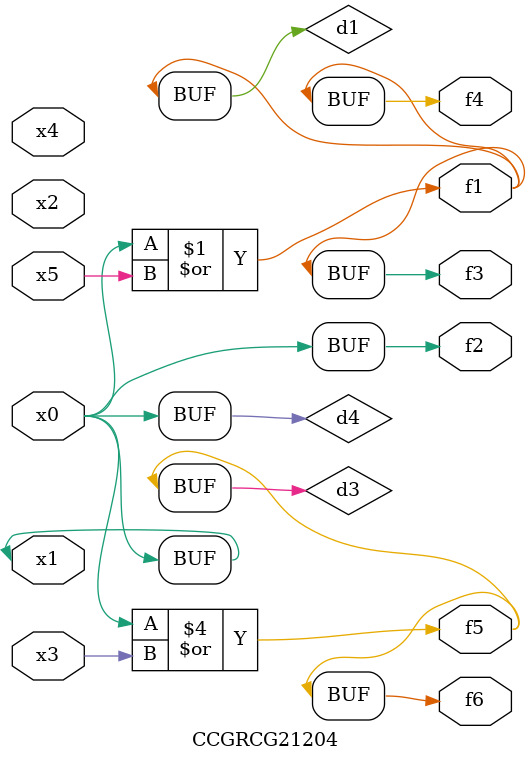
<source format=v>
module CCGRCG21204(
	input x0, x1, x2, x3, x4, x5,
	output f1, f2, f3, f4, f5, f6
);

	wire d1, d2, d3, d4;

	or (d1, x0, x5);
	xnor (d2, x1, x4);
	or (d3, x0, x3);
	buf (d4, x0, x1);
	assign f1 = d1;
	assign f2 = d4;
	assign f3 = d1;
	assign f4 = d1;
	assign f5 = d3;
	assign f6 = d3;
endmodule

</source>
